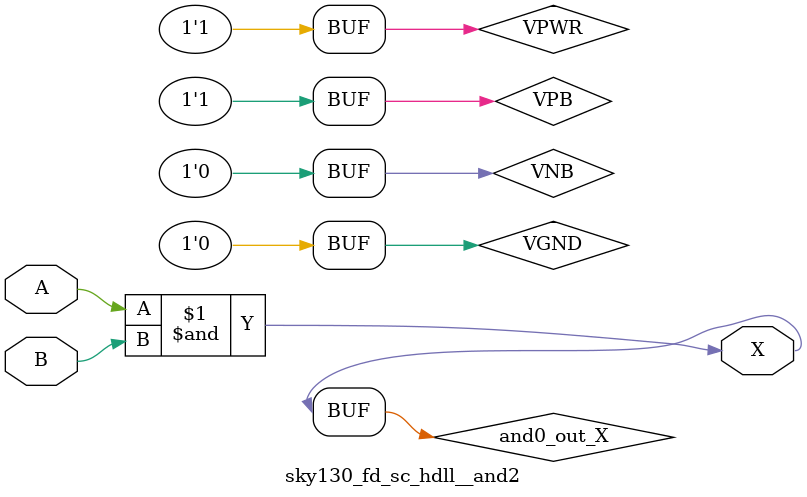
<source format=v>
/*
 * Copyright 2020 The SkyWater PDK Authors
 *
 * Licensed under the Apache License, Version 2.0 (the "License");
 * you may not use this file except in compliance with the License.
 * You may obtain a copy of the License at
 *
 *     https://www.apache.org/licenses/LICENSE-2.0
 *
 * Unless required by applicable law or agreed to in writing, software
 * distributed under the License is distributed on an "AS IS" BASIS,
 * WITHOUT WARRANTIES OR CONDITIONS OF ANY KIND, either express or implied.
 * See the License for the specific language governing permissions and
 * limitations under the License.
 *
 * SPDX-License-Identifier: Apache-2.0
*/


`ifndef SKY130_FD_SC_HDLL__AND2_TIMING_V
`define SKY130_FD_SC_HDLL__AND2_TIMING_V

/**
 * and2: 2-input AND.
 *
 * Verilog simulation timing model.
 */

`timescale 1ns / 1ps
`default_nettype none

`celldefine
module sky130_fd_sc_hdll__and2 (
    X,
    A,
    B
);

    // Module ports
    output X;
    input  A;
    input  B;

    // Module supplies
    supply1 VPWR;
    supply0 VGND;
    supply1 VPB ;
    supply0 VNB ;

    // Local signals
    wire and0_out_X;

    //  Name  Output      Other arguments
    and and0 (and0_out_X, A, B           );
    buf buf0 (X         , and0_out_X     );

endmodule
`endcelldefine

`default_nettype wire
`endif  // SKY130_FD_SC_HDLL__AND2_TIMING_V

</source>
